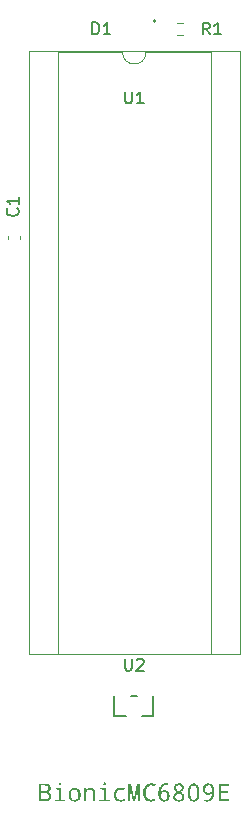
<source format=gbr>
G04 #@! TF.GenerationSoftware,KiCad,Pcbnew,8.0.4+dfsg-1*
G04 #@! TF.CreationDate,2024-12-10T10:42:45+09:00*
G04 #@! TF.ProjectId,bionic-mc6809e,62696f6e-6963-42d6-9d63-36383039652e,6*
G04 #@! TF.SameCoordinates,Original*
G04 #@! TF.FileFunction,Legend,Top*
G04 #@! TF.FilePolarity,Positive*
%FSLAX46Y46*%
G04 Gerber Fmt 4.6, Leading zero omitted, Abs format (unit mm)*
G04 Created by KiCad (PCBNEW 8.0.4+dfsg-1) date 2024-12-10 10:42:45*
%MOMM*%
%LPD*%
G01*
G04 APERTURE LIST*
%ADD10C,0.150000*%
%ADD11C,0.152400*%
%ADD12C,0.120000*%
G04 APERTURE END LIST*
D10*
G36*
X109840846Y-130858063D02*
G01*
X109917652Y-130864637D01*
X109999830Y-130878311D01*
X110071113Y-130898297D01*
X110140503Y-130929590D01*
X110165702Y-130945631D01*
X110221481Y-130997219D01*
X110261323Y-131062592D01*
X110285228Y-131141750D01*
X110293072Y-131222321D01*
X110293197Y-131234692D01*
X110285290Y-131312373D01*
X110258327Y-131387904D01*
X110212230Y-131453045D01*
X110156045Y-131500622D01*
X110088697Y-131534819D01*
X110010186Y-131555634D01*
X109993144Y-131558192D01*
X109993144Y-131568450D01*
X110073344Y-131586127D01*
X110142850Y-131611315D01*
X110214695Y-131653361D01*
X110269832Y-131707142D01*
X110308261Y-131772658D01*
X110329982Y-131849909D01*
X110335328Y-131920160D01*
X110330705Y-131993481D01*
X110313622Y-132071274D01*
X110283952Y-132140722D01*
X110241694Y-132201826D01*
X110203804Y-132240362D01*
X110141846Y-132285615D01*
X110070738Y-132319753D01*
X109990478Y-132342776D01*
X109914400Y-132353664D01*
X109845866Y-132356500D01*
X109302914Y-132356500D01*
X109302914Y-132192735D01*
X109495622Y-132192735D01*
X109811794Y-132192735D01*
X109886927Y-132188355D01*
X109966756Y-132170565D01*
X110041890Y-132131152D01*
X110094483Y-132072033D01*
X110124536Y-131993207D01*
X110132363Y-131912466D01*
X110124214Y-131837635D01*
X110092924Y-131764580D01*
X110038167Y-131709788D01*
X109959943Y-131673261D01*
X109876829Y-131656772D01*
X109798605Y-131652714D01*
X109495622Y-131652714D01*
X109495622Y-132192735D01*
X109302914Y-132192735D01*
X109302914Y-131488949D01*
X109495622Y-131488949D01*
X109787980Y-131488949D01*
X109862948Y-131485446D01*
X109941329Y-131471213D01*
X110012908Y-131439683D01*
X110022453Y-131432895D01*
X110070132Y-131375259D01*
X110092569Y-131300589D01*
X110096093Y-131247515D01*
X110086785Y-131171822D01*
X110051785Y-131103465D01*
X110017324Y-131072759D01*
X109945265Y-131040387D01*
X109865380Y-131024824D01*
X109788490Y-131019844D01*
X109767464Y-131019636D01*
X109495622Y-131019636D01*
X109495622Y-131488949D01*
X109302914Y-131488949D01*
X109302914Y-130855871D01*
X109756473Y-130855871D01*
X109840846Y-130858063D01*
G37*
G36*
X111076117Y-130762082D02*
G01*
X111150749Y-130784452D01*
X111183588Y-130851561D01*
X111185294Y-130878952D01*
X111166952Y-130951080D01*
X111152687Y-130967613D01*
X111084323Y-130996301D01*
X111076117Y-130996555D01*
X111004718Y-130977146D01*
X110968534Y-130912832D01*
X110965841Y-130878952D01*
X110984041Y-130803284D01*
X111050271Y-130763908D01*
X111076117Y-130762082D01*
G37*
G36*
X110981595Y-131378307D02*
G01*
X110704257Y-131356691D01*
X110704257Y-131231028D01*
X111168807Y-131231028D01*
X111168807Y-132209221D01*
X111531508Y-132229737D01*
X111531508Y-132356500D01*
X110626954Y-132356500D01*
X110626954Y-132229737D01*
X110981595Y-132209221D01*
X110981595Y-131378307D01*
G37*
G36*
X112400550Y-131213197D02*
G01*
X112476190Y-131230044D01*
X112546111Y-131258122D01*
X112610313Y-131297432D01*
X112668797Y-131347973D01*
X112687021Y-131367316D01*
X112735703Y-131430900D01*
X112774313Y-131501852D01*
X112802850Y-131580171D01*
X112821316Y-131665857D01*
X112829010Y-131742890D01*
X112830269Y-131791566D01*
X112826817Y-131874148D01*
X112816459Y-131951077D01*
X112799196Y-132022354D01*
X112769366Y-132100424D01*
X112729593Y-132170354D01*
X112688853Y-132222410D01*
X112632661Y-132275948D01*
X112569876Y-132318409D01*
X112500495Y-132349793D01*
X112424521Y-132370101D01*
X112341951Y-132379331D01*
X112312963Y-132379947D01*
X112232201Y-132374318D01*
X112156977Y-132357433D01*
X112087292Y-132329290D01*
X112023146Y-132289890D01*
X111964537Y-132239233D01*
X111946232Y-132219846D01*
X111897426Y-132155896D01*
X111858717Y-132084400D01*
X111830106Y-132005355D01*
X111813977Y-131933719D01*
X111804861Y-131856842D01*
X111802617Y-131791566D01*
X111996424Y-131791566D01*
X111999242Y-131868890D01*
X112011764Y-131960157D01*
X112034304Y-132037904D01*
X112076566Y-132116073D01*
X112134481Y-132173115D01*
X112208049Y-132209031D01*
X112297270Y-132223819D01*
X112316993Y-132224242D01*
X112391868Y-132217481D01*
X112471424Y-132190017D01*
X112535380Y-132141425D01*
X112583737Y-132071707D01*
X112611192Y-132000721D01*
X112628663Y-131916214D01*
X112636150Y-131818186D01*
X112636462Y-131791566D01*
X112633635Y-131715028D01*
X112621070Y-131624687D01*
X112598453Y-131547731D01*
X112556045Y-131470356D01*
X112497932Y-131413893D01*
X112424111Y-131378343D01*
X112334585Y-131363704D01*
X112314795Y-131363286D01*
X112240176Y-131369978D01*
X112160895Y-131397164D01*
X112097158Y-131445261D01*
X112048968Y-131514271D01*
X112021608Y-131584536D01*
X112004197Y-131668184D01*
X111996735Y-131765217D01*
X111996424Y-131791566D01*
X111802617Y-131791566D01*
X111806025Y-131709749D01*
X111816249Y-131633514D01*
X111837514Y-131549399D01*
X111868593Y-131473321D01*
X111909487Y-131405280D01*
X111942202Y-131364385D01*
X111997985Y-131311096D01*
X112060647Y-131268833D01*
X112130186Y-131237594D01*
X112206603Y-131217381D01*
X112289898Y-131208194D01*
X112319191Y-131207581D01*
X112400550Y-131213197D01*
G37*
G36*
X113858654Y-132356500D02*
G01*
X113858654Y-131630366D01*
X113852670Y-131553424D01*
X113829692Y-131478308D01*
X113781103Y-131414407D01*
X113709058Y-131376066D01*
X113628635Y-131363547D01*
X113613556Y-131363286D01*
X113539367Y-131369674D01*
X113460542Y-131395628D01*
X113397172Y-131441545D01*
X113349258Y-131507426D01*
X113316801Y-131593271D01*
X113301963Y-131676321D01*
X113297017Y-131772148D01*
X113297017Y-132356500D01*
X113109439Y-132356500D01*
X113109439Y-131231028D01*
X113260747Y-131231028D01*
X113288591Y-131380871D01*
X113298849Y-131380871D01*
X113343405Y-131321980D01*
X113407304Y-131268673D01*
X113484035Y-131231950D01*
X113560018Y-131213673D01*
X113645430Y-131207581D01*
X113739368Y-131214021D01*
X113820781Y-131233341D01*
X113889669Y-131265541D01*
X113958165Y-131323904D01*
X113998872Y-131385084D01*
X114027053Y-131459144D01*
X114042709Y-131546083D01*
X114046232Y-131619741D01*
X114046232Y-132356500D01*
X113858654Y-132356500D01*
G37*
G36*
X114856996Y-130762082D02*
G01*
X114931629Y-130784452D01*
X114964467Y-130851561D01*
X114966173Y-130878952D01*
X114947832Y-130951080D01*
X114933566Y-130967613D01*
X114865202Y-130996301D01*
X114856996Y-130996555D01*
X114785597Y-130977146D01*
X114749413Y-130912832D01*
X114746721Y-130878952D01*
X114764920Y-130803284D01*
X114831150Y-130763908D01*
X114856996Y-130762082D01*
G37*
G36*
X114762474Y-131378307D02*
G01*
X114485137Y-131356691D01*
X114485137Y-131231028D01*
X114949686Y-131231028D01*
X114949686Y-132209221D01*
X115312387Y-132229737D01*
X115312387Y-132356500D01*
X114407834Y-132356500D01*
X114407834Y-132229737D01*
X114762474Y-132209221D01*
X114762474Y-131378307D01*
G37*
G36*
X116558392Y-131268398D02*
G01*
X116494645Y-131431063D01*
X116419402Y-131404937D01*
X116348282Y-131386275D01*
X116273198Y-131374204D01*
X116218406Y-131371346D01*
X116128847Y-131378004D01*
X116051229Y-131397976D01*
X115985553Y-131431264D01*
X115920249Y-131491598D01*
X115881441Y-131554844D01*
X115854573Y-131631406D01*
X115839646Y-131721282D01*
X115836288Y-131797428D01*
X115839556Y-131872264D01*
X115854082Y-131960595D01*
X115880228Y-132035840D01*
X115929253Y-132111493D01*
X115996435Y-132166700D01*
X116081773Y-132201460D01*
X116163118Y-132214546D01*
X116208148Y-132216182D01*
X116289549Y-132212198D01*
X116371821Y-132200245D01*
X116444522Y-132183250D01*
X116517890Y-132160154D01*
X116538975Y-132152435D01*
X116538975Y-132317299D01*
X116465999Y-132344707D01*
X116385193Y-132364285D01*
X116308064Y-132374991D01*
X116224939Y-132379702D01*
X116200088Y-132379947D01*
X116120201Y-132376289D01*
X116046093Y-132365314D01*
X115964790Y-132342486D01*
X115891808Y-132309123D01*
X115827146Y-132265223D01*
X115788661Y-132230104D01*
X115738982Y-132169327D01*
X115699583Y-132099380D01*
X115670461Y-132020263D01*
X115654044Y-131947326D01*
X115644765Y-131868021D01*
X115642481Y-131799992D01*
X115646131Y-131712918D01*
X115657079Y-131632588D01*
X115675325Y-131559002D01*
X115706855Y-131479601D01*
X115748896Y-131409912D01*
X115791958Y-131359256D01*
X115852275Y-131307710D01*
X115921118Y-131266829D01*
X115998489Y-131236613D01*
X116084385Y-131217061D01*
X116162479Y-131208914D01*
X116212178Y-131207581D01*
X116291481Y-131210491D01*
X116368786Y-131219222D01*
X116444092Y-131233773D01*
X116517399Y-131254144D01*
X116558392Y-131268398D01*
G37*
G36*
X117273535Y-132356500D02*
G01*
X116987405Y-131043450D01*
X116978978Y-131037588D01*
X116984361Y-131120059D01*
X116988831Y-131196198D01*
X116992992Y-131279205D01*
X116995838Y-131353094D01*
X116997498Y-131427771D01*
X116997663Y-131455976D01*
X116997663Y-132356500D01*
X116841958Y-132356500D01*
X116841958Y-130855871D01*
X117096581Y-130855871D01*
X117351937Y-132078429D01*
X117358165Y-132078429D01*
X117615719Y-130855871D01*
X117875471Y-130855871D01*
X117875471Y-132356500D01*
X117717568Y-132356500D01*
X117717568Y-131442787D01*
X117718728Y-131368399D01*
X117721232Y-131289464D01*
X117724495Y-131207126D01*
X117728001Y-131128161D01*
X117732223Y-131039786D01*
X117724163Y-131039786D01*
X117432537Y-132356500D01*
X117273535Y-132356500D01*
G37*
G36*
X119143825Y-132151336D02*
G01*
X119143825Y-132318764D01*
X119064301Y-132345531D01*
X118987767Y-132362679D01*
X118904748Y-132373972D01*
X118828425Y-132378991D01*
X118774896Y-132379947D01*
X118697639Y-132376793D01*
X118607636Y-132363979D01*
X118524932Y-132341308D01*
X118449527Y-132308781D01*
X118381421Y-132266397D01*
X118320613Y-132214156D01*
X118287631Y-132178080D01*
X118238975Y-132110855D01*
X118198566Y-132035348D01*
X118166404Y-131951559D01*
X118146611Y-131878563D01*
X118132097Y-131800267D01*
X118122861Y-131716670D01*
X118118902Y-131627773D01*
X118118737Y-131604720D01*
X118121617Y-131517926D01*
X118130255Y-131435780D01*
X118144652Y-131358283D01*
X118164808Y-131285434D01*
X118198101Y-131200909D01*
X118240392Y-131123647D01*
X118291681Y-131053647D01*
X118303019Y-131040519D01*
X118364013Y-130980570D01*
X118431590Y-130930781D01*
X118505750Y-130891154D01*
X118586493Y-130861687D01*
X118673819Y-130842382D01*
X118748420Y-130834253D01*
X118807136Y-130832424D01*
X118890104Y-130835541D01*
X118968926Y-130844892D01*
X119043600Y-130860477D01*
X119114126Y-130882295D01*
X119191165Y-130915630D01*
X119201710Y-130921084D01*
X119121476Y-131081918D01*
X119052088Y-131050512D01*
X118973217Y-131024066D01*
X118894804Y-131007694D01*
X118816848Y-131001397D01*
X118807136Y-131001318D01*
X118727173Y-131007050D01*
X118653520Y-131024244D01*
X118575570Y-131058793D01*
X118506209Y-131108945D01*
X118453594Y-131164350D01*
X118408772Y-131229557D01*
X118373223Y-131302905D01*
X118346948Y-131384392D01*
X118332136Y-131458516D01*
X118323764Y-131538294D01*
X118321703Y-131606185D01*
X118324717Y-131695038D01*
X118333760Y-131777039D01*
X118348832Y-131852188D01*
X118374875Y-131933323D01*
X118409599Y-132004593D01*
X118445168Y-132056447D01*
X118504796Y-132116689D01*
X118575329Y-132162135D01*
X118644464Y-132189311D01*
X118721611Y-132205618D01*
X118806769Y-132211053D01*
X118887643Y-132206329D01*
X118968678Y-132194199D01*
X119046646Y-132177462D01*
X119118723Y-132158567D01*
X119143825Y-132151336D01*
G37*
G36*
X120138286Y-130835155D02*
G01*
X120212798Y-130845243D01*
X120240353Y-130851841D01*
X120240353Y-131011576D01*
X120166266Y-130997639D01*
X120087386Y-130992330D01*
X120069261Y-130992159D01*
X119986739Y-130997234D01*
X119912279Y-131012458D01*
X119835601Y-131043047D01*
X119769897Y-131087451D01*
X119722314Y-131136506D01*
X119676713Y-131207598D01*
X119645664Y-131281426D01*
X119625456Y-131352040D01*
X119610401Y-131430920D01*
X119600498Y-131518063D01*
X119596284Y-131593729D01*
X119608741Y-131593729D01*
X119657305Y-131525493D01*
X119717404Y-131474017D01*
X119789038Y-131439300D01*
X119872208Y-131421343D01*
X119924913Y-131418607D01*
X120008594Y-131424462D01*
X120083965Y-131442029D01*
X120159929Y-131476444D01*
X120225039Y-131526155D01*
X120239620Y-131540973D01*
X120289469Y-131607743D01*
X120321403Y-131675332D01*
X120342433Y-131751478D01*
X120352558Y-131836178D01*
X120353559Y-131875097D01*
X120349193Y-131959534D01*
X120336094Y-132036990D01*
X120314263Y-132107465D01*
X120277755Y-132180863D01*
X120229362Y-132244758D01*
X120170958Y-132297434D01*
X120104420Y-132337172D01*
X120029748Y-132363972D01*
X119946941Y-132377834D01*
X119895970Y-132379947D01*
X119814960Y-132373855D01*
X119740363Y-132355578D01*
X119672181Y-132325117D01*
X119610412Y-132282471D01*
X119555058Y-132227641D01*
X119538033Y-132206657D01*
X119492712Y-132136486D01*
X119456768Y-132056218D01*
X119433978Y-131981614D01*
X119417699Y-131899998D01*
X119410877Y-131838094D01*
X119592254Y-131838094D01*
X119597452Y-131913290D01*
X119615726Y-131991536D01*
X119647156Y-132063059D01*
X119675419Y-132107005D01*
X119726492Y-132161729D01*
X119792824Y-132201528D01*
X119869245Y-132219217D01*
X119894139Y-132220212D01*
X119970302Y-132211411D01*
X120041190Y-132181398D01*
X120098570Y-132130086D01*
X120137403Y-132066352D01*
X120160056Y-131996327D01*
X120171058Y-131914304D01*
X120172209Y-131873998D01*
X120166616Y-131795955D01*
X120147282Y-131721952D01*
X120110063Y-131656004D01*
X120101501Y-131645753D01*
X120040244Y-131597084D01*
X119969156Y-131572203D01*
X119900367Y-131565885D01*
X119822736Y-131574007D01*
X119753335Y-131598372D01*
X119692162Y-131638979D01*
X119680915Y-131649050D01*
X119630437Y-131708745D01*
X119599268Y-131780186D01*
X119592254Y-131838094D01*
X119410877Y-131838094D01*
X119407932Y-131811370D01*
X119404806Y-131735418D01*
X119404676Y-131715728D01*
X119407248Y-131608766D01*
X119414963Y-131508704D01*
X119427821Y-131415543D01*
X119445823Y-131329283D01*
X119468969Y-131249923D01*
X119497257Y-131177465D01*
X119530690Y-131111907D01*
X119590482Y-131026510D01*
X119661847Y-130956639D01*
X119744784Y-130902295D01*
X119839294Y-130863478D01*
X119945377Y-130840188D01*
X120022528Y-130833287D01*
X120063033Y-130832424D01*
X120138286Y-130835155D01*
G37*
G36*
X121218601Y-130837087D02*
G01*
X121291214Y-130851077D01*
X121365701Y-130878486D01*
X121431120Y-130918076D01*
X121446058Y-130929877D01*
X121497509Y-130982885D01*
X121537820Y-131052756D01*
X121558033Y-131123962D01*
X121563661Y-131193293D01*
X121554168Y-131278000D01*
X121525690Y-131355443D01*
X121478228Y-131425622D01*
X121424173Y-131478555D01*
X121356934Y-131526444D01*
X121293650Y-131561123D01*
X121368268Y-131603518D01*
X121432937Y-131648272D01*
X121499783Y-131707530D01*
X121551083Y-131770474D01*
X121586837Y-131837103D01*
X121609223Y-131921922D01*
X121612021Y-131966322D01*
X121605797Y-132044560D01*
X121587127Y-132115787D01*
X121550547Y-132188602D01*
X121497711Y-132252257D01*
X121481961Y-132266740D01*
X121421224Y-132310851D01*
X121352492Y-132344128D01*
X121275766Y-132366570D01*
X121191045Y-132378178D01*
X121139044Y-132379947D01*
X121059077Y-132376199D01*
X120985961Y-132364955D01*
X120909320Y-132342362D01*
X120842006Y-132309566D01*
X120791731Y-132273335D01*
X120737234Y-132214556D01*
X120698308Y-132145199D01*
X120674952Y-132065263D01*
X120667289Y-131986641D01*
X120667167Y-131974748D01*
X120667232Y-131974015D01*
X120850349Y-131974015D01*
X120860344Y-132057684D01*
X120897270Y-132133418D01*
X120961404Y-132185591D01*
X121038031Y-132211557D01*
X121117157Y-132219972D01*
X121134648Y-132220212D01*
X121208534Y-132214909D01*
X121285144Y-132194023D01*
X121351536Y-132153167D01*
X121398419Y-132095242D01*
X121423664Y-132022581D01*
X121428472Y-131965955D01*
X121416060Y-131889239D01*
X121378824Y-131820657D01*
X121363626Y-131802557D01*
X121308308Y-131752922D01*
X121247076Y-131711538D01*
X121180581Y-131674169D01*
X121143074Y-131655278D01*
X121112300Y-131640990D01*
X121036836Y-131681868D01*
X120974162Y-131726878D01*
X120915837Y-131786345D01*
X120875930Y-131851763D01*
X120854442Y-131923131D01*
X120850349Y-131974015D01*
X120667232Y-131974015D01*
X120674260Y-131895014D01*
X120695539Y-131821362D01*
X120731004Y-131753792D01*
X120780654Y-131692304D01*
X120844491Y-131636899D01*
X120922513Y-131587575D01*
X120957694Y-131569549D01*
X120887929Y-131520800D01*
X120829989Y-131468205D01*
X120776069Y-131400014D01*
X120739176Y-131326285D01*
X120719311Y-131247017D01*
X120716295Y-131202452D01*
X120899076Y-131202452D01*
X120908823Y-131277265D01*
X120940900Y-131345593D01*
X120950000Y-131357790D01*
X121006130Y-131409409D01*
X121069385Y-131449279D01*
X121141243Y-131485285D01*
X121210058Y-131450753D01*
X121277240Y-131404591D01*
X121334391Y-131344224D01*
X121368682Y-131276844D01*
X121380112Y-131202452D01*
X121369410Y-131127146D01*
X121330464Y-131060240D01*
X121315266Y-131046015D01*
X121249198Y-131009199D01*
X121171148Y-130993474D01*
X121136846Y-130992159D01*
X121061249Y-130999732D01*
X120988941Y-131027712D01*
X120963190Y-131046015D01*
X120917170Y-131107211D01*
X120899639Y-131183646D01*
X120899076Y-131202452D01*
X120716295Y-131202452D01*
X120715527Y-131191095D01*
X120723015Y-131112922D01*
X120749338Y-131035159D01*
X120794615Y-130968176D01*
X120835328Y-130929511D01*
X120899373Y-130887035D01*
X120971341Y-130856696D01*
X121051231Y-130838492D01*
X121127635Y-130832519D01*
X121139044Y-130832424D01*
X121218601Y-130837087D01*
G37*
G36*
X122482607Y-130839418D02*
G01*
X122559857Y-130860399D01*
X122628889Y-130895369D01*
X122689704Y-130944326D01*
X122742302Y-131007270D01*
X122758008Y-131031360D01*
X122793260Y-131097839D01*
X122822537Y-131172940D01*
X122845839Y-131256663D01*
X122860179Y-131329850D01*
X122870694Y-131408556D01*
X122877386Y-131492779D01*
X122880254Y-131582521D01*
X122880374Y-131605819D01*
X122878486Y-131699561D01*
X122872823Y-131787255D01*
X122863385Y-131868902D01*
X122850172Y-131944500D01*
X122823273Y-132046558D01*
X122787880Y-132135008D01*
X122743992Y-132209850D01*
X122691610Y-132271085D01*
X122630734Y-132318712D01*
X122561364Y-132352731D01*
X122483499Y-132373143D01*
X122397139Y-132379947D01*
X122312681Y-132372953D01*
X122236260Y-132351971D01*
X122167875Y-132317002D01*
X122107528Y-132268045D01*
X122055218Y-132205101D01*
X122039568Y-132181011D01*
X122004527Y-132114514D01*
X121975425Y-132039360D01*
X121952263Y-131955547D01*
X121938009Y-131882262D01*
X121927556Y-131803437D01*
X121920904Y-131719070D01*
X121918054Y-131629162D01*
X121917935Y-131605819D01*
X121917950Y-131605086D01*
X122108811Y-131605086D01*
X122109898Y-131684015D01*
X122113161Y-131757219D01*
X122120299Y-131840674D01*
X122130835Y-131915185D01*
X122147966Y-131992791D01*
X122174137Y-132067053D01*
X122178420Y-132076231D01*
X122218193Y-132139223D01*
X122274817Y-132188576D01*
X122344018Y-132215150D01*
X122397139Y-132220212D01*
X122476081Y-132208794D01*
X122542271Y-132174540D01*
X122595710Y-132117449D01*
X122619889Y-132075864D01*
X122647583Y-132003874D01*
X122665907Y-131928355D01*
X122677359Y-131855681D01*
X122685341Y-131774152D01*
X122689853Y-131683769D01*
X122690963Y-131605086D01*
X122689853Y-131526925D01*
X122685341Y-131437112D01*
X122677359Y-131356065D01*
X122663200Y-131270378D01*
X122644043Y-131197314D01*
X122619889Y-131136873D01*
X122579314Y-131073561D01*
X122521624Y-131023956D01*
X122451184Y-130997247D01*
X122397139Y-130992159D01*
X122319553Y-131003519D01*
X122254545Y-131037600D01*
X122202114Y-131094400D01*
X122178420Y-131135774D01*
X122151297Y-131207193D01*
X122133351Y-131282335D01*
X122122134Y-131354772D01*
X122114317Y-131436136D01*
X122109898Y-131526427D01*
X122108811Y-131605086D01*
X121917950Y-131605086D01*
X121919807Y-131512166D01*
X121925422Y-131424555D01*
X121934782Y-131342986D01*
X121947885Y-131267459D01*
X121974560Y-131165498D01*
X122009658Y-131077131D01*
X122053179Y-131002360D01*
X122105124Y-130941183D01*
X122165493Y-130893601D01*
X122234285Y-130859614D01*
X122311500Y-130839222D01*
X122397139Y-130832424D01*
X122482607Y-130839418D01*
G37*
G36*
X123724739Y-130838619D02*
G01*
X123799713Y-130857205D01*
X123868068Y-130888182D01*
X123929801Y-130931549D01*
X123984915Y-130987306D01*
X124001815Y-131008645D01*
X124046886Y-131079382D01*
X124082632Y-131159702D01*
X124105298Y-131233955D01*
X124121487Y-131314863D01*
X124131201Y-131402425D01*
X124134309Y-131477267D01*
X124134439Y-131496643D01*
X124131868Y-131603605D01*
X124124158Y-131703667D01*
X124111306Y-131796828D01*
X124093314Y-131883088D01*
X124070182Y-131962448D01*
X124041909Y-132034906D01*
X124008495Y-132100464D01*
X123948736Y-132185861D01*
X123877411Y-132255732D01*
X123794520Y-132310076D01*
X123700062Y-132348893D01*
X123594039Y-132372183D01*
X123516930Y-132379084D01*
X123476448Y-132379947D01*
X123400680Y-132377319D01*
X123326348Y-132367612D01*
X123299128Y-132361262D01*
X123299128Y-132200795D01*
X123371025Y-132223673D01*
X123445187Y-132232170D01*
X123470220Y-132232668D01*
X123552605Y-132227491D01*
X123626927Y-132211957D01*
X123703445Y-132180747D01*
X123768989Y-132135442D01*
X123816435Y-132085390D01*
X123862178Y-132012716D01*
X123893322Y-131937308D01*
X123913588Y-131865219D01*
X123928685Y-131784723D01*
X123938611Y-131695819D01*
X123942830Y-131618642D01*
X123930374Y-131618642D01*
X123881382Y-131686878D01*
X123820960Y-131738354D01*
X123749107Y-131773071D01*
X123665824Y-131791028D01*
X123613102Y-131793764D01*
X123529850Y-131787961D01*
X123454801Y-131770553D01*
X123379079Y-131736447D01*
X123314072Y-131687182D01*
X123299495Y-131672497D01*
X123249646Y-131606094D01*
X123217712Y-131538524D01*
X123196682Y-131462118D01*
X123186557Y-131376877D01*
X123185574Y-131338373D01*
X123366906Y-131338373D01*
X123372470Y-131416416D01*
X123391704Y-131490419D01*
X123428730Y-131556367D01*
X123437247Y-131566618D01*
X123498780Y-131615287D01*
X123570119Y-131640168D01*
X123639114Y-131646486D01*
X123716745Y-131638328D01*
X123786146Y-131613856D01*
X123847319Y-131573070D01*
X123858566Y-131562954D01*
X123909044Y-131502973D01*
X123940213Y-131431712D01*
X123947227Y-131374277D01*
X123942075Y-131299378D01*
X123923962Y-131221303D01*
X123892809Y-131149777D01*
X123864795Y-131105732D01*
X123814109Y-131050831D01*
X123747662Y-131010903D01*
X123670554Y-130993157D01*
X123645342Y-130992159D01*
X123568635Y-131000853D01*
X123497480Y-131030499D01*
X123440178Y-131081185D01*
X123401538Y-131144555D01*
X123378998Y-131214803D01*
X123368694Y-131287755D01*
X123366906Y-131338373D01*
X123185574Y-131338373D01*
X123185555Y-131337640D01*
X123189922Y-131253315D01*
X123203021Y-131175919D01*
X123224852Y-131105453D01*
X123261359Y-131032000D01*
X123309753Y-130967979D01*
X123368156Y-130915160D01*
X123434694Y-130875315D01*
X123509367Y-130848442D01*
X123592174Y-130834542D01*
X123643144Y-130832424D01*
X123724739Y-130838619D01*
G37*
G36*
X125378245Y-132356500D02*
G01*
X124510695Y-132356500D01*
X124510695Y-130855871D01*
X125378245Y-130855871D01*
X125378245Y-131024765D01*
X124702303Y-131024765D01*
X124702303Y-131488949D01*
X125338312Y-131488949D01*
X125338312Y-131657843D01*
X124702303Y-131657843D01*
X124702303Y-132187606D01*
X125378245Y-132187606D01*
X125378245Y-132356500D01*
G37*
X113823506Y-67418819D02*
X113823506Y-66418819D01*
X113823506Y-66418819D02*
X114061601Y-66418819D01*
X114061601Y-66418819D02*
X114204458Y-66466438D01*
X114204458Y-66466438D02*
X114299696Y-66561676D01*
X114299696Y-66561676D02*
X114347315Y-66656914D01*
X114347315Y-66656914D02*
X114394934Y-66847390D01*
X114394934Y-66847390D02*
X114394934Y-66990247D01*
X114394934Y-66990247D02*
X114347315Y-67180723D01*
X114347315Y-67180723D02*
X114299696Y-67275961D01*
X114299696Y-67275961D02*
X114204458Y-67371200D01*
X114204458Y-67371200D02*
X114061601Y-67418819D01*
X114061601Y-67418819D02*
X113823506Y-67418819D01*
X115347315Y-67418819D02*
X114775887Y-67418819D01*
X115061601Y-67418819D02*
X115061601Y-66418819D01*
X115061601Y-66418819D02*
X114966363Y-66561676D01*
X114966363Y-66561676D02*
X114871125Y-66656914D01*
X114871125Y-66656914D02*
X114775887Y-66704533D01*
X116578497Y-120291419D02*
X116578497Y-121100942D01*
X116578497Y-121100942D02*
X116626116Y-121196180D01*
X116626116Y-121196180D02*
X116673735Y-121243800D01*
X116673735Y-121243800D02*
X116768973Y-121291419D01*
X116768973Y-121291419D02*
X116959449Y-121291419D01*
X116959449Y-121291419D02*
X117054687Y-121243800D01*
X117054687Y-121243800D02*
X117102306Y-121196180D01*
X117102306Y-121196180D02*
X117149925Y-121100942D01*
X117149925Y-121100942D02*
X117149925Y-120291419D01*
X117578497Y-120386657D02*
X117626116Y-120339038D01*
X117626116Y-120339038D02*
X117721354Y-120291419D01*
X117721354Y-120291419D02*
X117959449Y-120291419D01*
X117959449Y-120291419D02*
X118054687Y-120339038D01*
X118054687Y-120339038D02*
X118102306Y-120386657D01*
X118102306Y-120386657D02*
X118149925Y-120481895D01*
X118149925Y-120481895D02*
X118149925Y-120577133D01*
X118149925Y-120577133D02*
X118102306Y-120719990D01*
X118102306Y-120719990D02*
X117530878Y-121291419D01*
X117530878Y-121291419D02*
X118149925Y-121291419D01*
X123748033Y-67430819D02*
X123414700Y-66954628D01*
X123176605Y-67430819D02*
X123176605Y-66430819D01*
X123176605Y-66430819D02*
X123557557Y-66430819D01*
X123557557Y-66430819D02*
X123652795Y-66478438D01*
X123652795Y-66478438D02*
X123700414Y-66526057D01*
X123700414Y-66526057D02*
X123748033Y-66621295D01*
X123748033Y-66621295D02*
X123748033Y-66764152D01*
X123748033Y-66764152D02*
X123700414Y-66859390D01*
X123700414Y-66859390D02*
X123652795Y-66907009D01*
X123652795Y-66907009D02*
X123557557Y-66954628D01*
X123557557Y-66954628D02*
X123176605Y-66954628D01*
X124700414Y-67430819D02*
X124128986Y-67430819D01*
X124414700Y-67430819D02*
X124414700Y-66430819D01*
X124414700Y-66430819D02*
X124319462Y-66573676D01*
X124319462Y-66573676D02*
X124224224Y-66668914D01*
X124224224Y-66668914D02*
X124128986Y-66716533D01*
X107474381Y-82169666D02*
X107522001Y-82217285D01*
X107522001Y-82217285D02*
X107569620Y-82360142D01*
X107569620Y-82360142D02*
X107569620Y-82455380D01*
X107569620Y-82455380D02*
X107522001Y-82598237D01*
X107522001Y-82598237D02*
X107426762Y-82693475D01*
X107426762Y-82693475D02*
X107331524Y-82741094D01*
X107331524Y-82741094D02*
X107141048Y-82788713D01*
X107141048Y-82788713D02*
X106998191Y-82788713D01*
X106998191Y-82788713D02*
X106807715Y-82741094D01*
X106807715Y-82741094D02*
X106712477Y-82693475D01*
X106712477Y-82693475D02*
X106617239Y-82598237D01*
X106617239Y-82598237D02*
X106569620Y-82455380D01*
X106569620Y-82455380D02*
X106569620Y-82360142D01*
X106569620Y-82360142D02*
X106617239Y-82217285D01*
X106617239Y-82217285D02*
X106664858Y-82169666D01*
X107569620Y-81217285D02*
X107569620Y-81788713D01*
X107569620Y-81502999D02*
X106569620Y-81502999D01*
X106569620Y-81502999D02*
X106712477Y-81598237D01*
X106712477Y-81598237D02*
X106807715Y-81693475D01*
X106807715Y-81693475D02*
X106855334Y-81788713D01*
X116599695Y-72272819D02*
X116599695Y-73082342D01*
X116599695Y-73082342D02*
X116647314Y-73177580D01*
X116647314Y-73177580D02*
X116694933Y-73225200D01*
X116694933Y-73225200D02*
X116790171Y-73272819D01*
X116790171Y-73272819D02*
X116980647Y-73272819D01*
X116980647Y-73272819D02*
X117075885Y-73225200D01*
X117075885Y-73225200D02*
X117123504Y-73177580D01*
X117123504Y-73177580D02*
X117171123Y-73082342D01*
X117171123Y-73082342D02*
X117171123Y-72272819D01*
X118171123Y-73272819D02*
X117599695Y-73272819D01*
X117885409Y-73272819D02*
X117885409Y-72272819D01*
X117885409Y-72272819D02*
X117790171Y-72415676D01*
X117790171Y-72415676D02*
X117694933Y-72510914D01*
X117694933Y-72510914D02*
X117599695Y-72558533D01*
D11*
X119175700Y-66290200D02*
G75*
G02*
X119023300Y-66290200I-76200J0D01*
G01*
X119023300Y-66290200D02*
G75*
G02*
X119175700Y-66290200I76200J0D01*
G01*
X118992402Y-125118000D02*
X118992402Y-123464000D01*
X118003342Y-125118000D02*
X118992402Y-125118000D01*
X117627463Y-123464000D02*
X117053341Y-123464000D01*
X115688402Y-125118000D02*
X116677462Y-125118000D01*
X115688402Y-123464000D02*
X115688402Y-125118000D01*
D12*
X121016476Y-66453500D02*
X121525924Y-66453500D01*
X121016476Y-67498500D02*
X121525924Y-67498500D01*
X106634801Y-84789767D02*
X106634801Y-84497233D01*
X107654801Y-84789767D02*
X107654801Y-84497233D01*
X108411600Y-68876000D02*
X108411600Y-119916000D01*
X108411600Y-119916000D02*
X126311600Y-119916000D01*
X110901600Y-68936000D02*
X110901600Y-119856000D01*
X110901600Y-119856000D02*
X123821600Y-119856000D01*
X116361600Y-68936000D02*
X110901600Y-68936000D01*
X123821600Y-68936000D02*
X118361600Y-68936000D01*
X123821600Y-119856000D02*
X123821600Y-68936000D01*
X126311600Y-68876000D02*
X108411600Y-68876000D01*
X126311600Y-119916000D02*
X126311600Y-68876000D01*
X118361600Y-68936000D02*
G75*
G02*
X116361600Y-68936000I-1000000J0D01*
G01*
M02*

</source>
